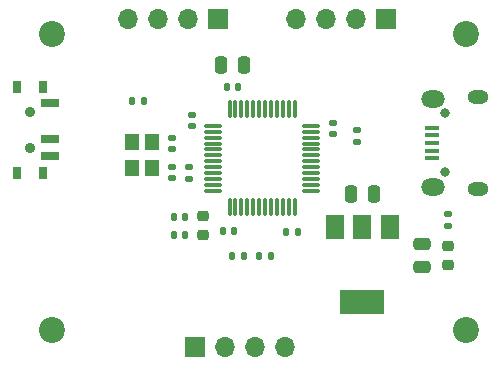
<source format=gbr>
%TF.GenerationSoftware,KiCad,Pcbnew,(6.0.9-0)*%
%TF.CreationDate,2022-12-10T19:00:01+01:00*%
%TF.ProjectId,KiCAD v6 Tutorial STM32,4b694341-4420-4763-9620-5475746f7269,rev?*%
%TF.SameCoordinates,Original*%
%TF.FileFunction,Soldermask,Top*%
%TF.FilePolarity,Negative*%
%FSLAX46Y46*%
G04 Gerber Fmt 4.6, Leading zero omitted, Abs format (unit mm)*
G04 Created by KiCad (PCBNEW (6.0.9-0)) date 2022-12-10 19:00:01*
%MOMM*%
%LPD*%
G01*
G04 APERTURE LIST*
G04 Aperture macros list*
%AMRoundRect*
0 Rectangle with rounded corners*
0 $1 Rounding radius*
0 $2 $3 $4 $5 $6 $7 $8 $9 X,Y pos of 4 corners*
0 Add a 4 corners polygon primitive as box body*
4,1,4,$2,$3,$4,$5,$6,$7,$8,$9,$2,$3,0*
0 Add four circle primitives for the rounded corners*
1,1,$1+$1,$2,$3*
1,1,$1+$1,$4,$5*
1,1,$1+$1,$6,$7*
1,1,$1+$1,$8,$9*
0 Add four rect primitives between the rounded corners*
20,1,$1+$1,$2,$3,$4,$5,0*
20,1,$1+$1,$4,$5,$6,$7,0*
20,1,$1+$1,$6,$7,$8,$9,0*
20,1,$1+$1,$8,$9,$2,$3,0*%
G04 Aperture macros list end*
%ADD10RoundRect,0.135000X-0.135000X-0.185000X0.135000X-0.185000X0.135000X0.185000X-0.135000X0.185000X0*%
%ADD11C,2.200000*%
%ADD12RoundRect,0.140000X-0.140000X-0.170000X0.140000X-0.170000X0.140000X0.170000X-0.140000X0.170000X0*%
%ADD13RoundRect,0.140000X0.140000X0.170000X-0.140000X0.170000X-0.140000X-0.170000X0.140000X-0.170000X0*%
%ADD14R,1.500000X2.000000*%
%ADD15R,3.800000X2.000000*%
%ADD16RoundRect,0.140000X0.170000X-0.140000X0.170000X0.140000X-0.170000X0.140000X-0.170000X-0.140000X0*%
%ADD17RoundRect,0.135000X0.185000X-0.135000X0.185000X0.135000X-0.185000X0.135000X-0.185000X-0.135000X0*%
%ADD18RoundRect,0.218750X-0.256250X0.218750X-0.256250X-0.218750X0.256250X-0.218750X0.256250X0.218750X0*%
%ADD19RoundRect,0.250000X0.475000X-0.250000X0.475000X0.250000X-0.475000X0.250000X-0.475000X-0.250000X0*%
%ADD20O,0.800000X0.800000*%
%ADD21R,1.300000X0.450000*%
%ADD22O,2.000000X1.450000*%
%ADD23O,1.800000X1.150000*%
%ADD24R,1.700000X1.700000*%
%ADD25O,1.700000X1.700000*%
%ADD26RoundRect,0.140000X-0.170000X0.140000X-0.170000X-0.140000X0.170000X-0.140000X0.170000X0.140000X0*%
%ADD27R,1.200000X1.400000*%
%ADD28RoundRect,0.250000X-0.250000X-0.475000X0.250000X-0.475000X0.250000X0.475000X-0.250000X0.475000X0*%
%ADD29RoundRect,0.135000X0.135000X0.185000X-0.135000X0.185000X-0.135000X-0.185000X0.135000X-0.185000X0*%
%ADD30C,0.900000*%
%ADD31R,0.800000X1.000000*%
%ADD32R,1.500000X0.700000*%
%ADD33RoundRect,0.075000X-0.662500X-0.075000X0.662500X-0.075000X0.662500X0.075000X-0.662500X0.075000X0*%
%ADD34RoundRect,0.075000X-0.075000X-0.662500X0.075000X-0.662500X0.075000X0.662500X-0.075000X0.662500X0*%
%ADD35RoundRect,0.135000X-0.185000X0.135000X-0.185000X-0.135000X0.185000X-0.135000X0.185000X0.135000X0*%
G04 APERTURE END LIST*
D10*
%TO.C,R1*%
X134215000Y-66150000D03*
X135235000Y-66150000D03*
%TD*%
D11*
%TO.C,H3*%
X127500000Y-60500000D03*
%TD*%
D12*
%TO.C,C9*%
X141920000Y-77150000D03*
X142880000Y-77150000D03*
%TD*%
D11*
%TO.C,H1*%
X162500000Y-60500000D03*
%TD*%
%TO.C,H4*%
X127500000Y-85500000D03*
%TD*%
D13*
%TO.C,C8*%
X138730000Y-77500000D03*
X137770000Y-77500000D03*
%TD*%
D14*
%TO.C,U1*%
X156050000Y-76850000D03*
D15*
X153750000Y-83150000D03*
D14*
X153750000Y-76850000D03*
X151450000Y-76850000D03*
%TD*%
D16*
%TO.C,C12*%
X137600000Y-70220000D03*
X137600000Y-69260000D03*
%TD*%
D13*
%TO.C,C5*%
X148250000Y-77250000D03*
X147290000Y-77250000D03*
%TD*%
D17*
%TO.C,R2*%
X161000000Y-76760000D03*
X161000000Y-75740000D03*
%TD*%
D18*
%TO.C,FB1*%
X140250000Y-75925000D03*
X140250000Y-77500000D03*
%TD*%
D19*
%TO.C,C11*%
X158750000Y-80200000D03*
X158750000Y-78300000D03*
%TD*%
D10*
%TO.C,R5*%
X144990000Y-79250000D03*
X146010000Y-79250000D03*
%TD*%
D20*
%TO.C,J1*%
X160745000Y-72200000D03*
X160745000Y-67200000D03*
D21*
X159645000Y-71000000D03*
X159645000Y-70350000D03*
X159645000Y-69700000D03*
X159645000Y-69050000D03*
X159645000Y-68400000D03*
D22*
X159695000Y-73425000D03*
D23*
X163495000Y-65825000D03*
X163495000Y-73575000D03*
D22*
X159695000Y-65975000D03*
%TD*%
D24*
%TO.C,J2*%
X141500000Y-59200000D03*
D25*
X138960000Y-59200000D03*
X136420000Y-59200000D03*
X133880000Y-59200000D03*
%TD*%
D26*
%TO.C,C3*%
X151250000Y-68000000D03*
X151250000Y-68960000D03*
%TD*%
D18*
%TO.C,D1*%
X161000000Y-78462500D03*
X161000000Y-80037500D03*
%TD*%
D27*
%TO.C,Y1*%
X134250000Y-69640000D03*
X134250000Y-71840000D03*
X135950000Y-71840000D03*
X135950000Y-69640000D03*
%TD*%
D16*
%TO.C,C6*%
X139100000Y-72720000D03*
X139100000Y-71760000D03*
%TD*%
D28*
%TO.C,C10*%
X152800000Y-74000000D03*
X154700000Y-74000000D03*
%TD*%
D16*
%TO.C,C2*%
X139300000Y-68280000D03*
X139300000Y-67320000D03*
%TD*%
D29*
%TO.C,R4*%
X143760000Y-79250000D03*
X142740000Y-79250000D03*
%TD*%
D24*
%TO.C,J4*%
X139600000Y-87000000D03*
D25*
X142140000Y-87000000D03*
X144680000Y-87000000D03*
X147220000Y-87000000D03*
%TD*%
D26*
%TO.C,C13*%
X137600000Y-71720000D03*
X137600000Y-72680000D03*
%TD*%
D12*
%TO.C,C4*%
X142270000Y-65000000D03*
X143230000Y-65000000D03*
%TD*%
D28*
%TO.C,C1*%
X141800000Y-63100000D03*
X143700000Y-63100000D03*
%TD*%
D24*
%TO.C,J3*%
X155750000Y-59200000D03*
D25*
X153210000Y-59200000D03*
X150670000Y-59200000D03*
X148130000Y-59200000D03*
%TD*%
D30*
%TO.C,SW1*%
X125570000Y-70100000D03*
D31*
X124470000Y-72250000D03*
X124470000Y-64950000D03*
X126680000Y-72250000D03*
D30*
X125570000Y-67100000D03*
D31*
X126680000Y-64950000D03*
D32*
X127330000Y-66350000D03*
X127330000Y-69350000D03*
X127330000Y-70850000D03*
%TD*%
D13*
%TO.C,C7*%
X138730000Y-76000000D03*
X137770000Y-76000000D03*
%TD*%
D33*
%TO.C,U2*%
X141087500Y-68250000D03*
X141087500Y-68750000D03*
X141087500Y-69250000D03*
X141087500Y-69750000D03*
X141087500Y-70250000D03*
X141087500Y-70750000D03*
X141087500Y-71250000D03*
X141087500Y-71750000D03*
X141087500Y-72250000D03*
X141087500Y-72750000D03*
X141087500Y-73250000D03*
X141087500Y-73750000D03*
D34*
X142500000Y-75162500D03*
X143000000Y-75162500D03*
X143500000Y-75162500D03*
X144000000Y-75162500D03*
X144500000Y-75162500D03*
X145000000Y-75162500D03*
X145500000Y-75162500D03*
X146000000Y-75162500D03*
X146500000Y-75162500D03*
X147000000Y-75162500D03*
X147500000Y-75162500D03*
X148000000Y-75162500D03*
D33*
X149412500Y-73750000D03*
X149412500Y-73250000D03*
X149412500Y-72750000D03*
X149412500Y-72250000D03*
X149412500Y-71750000D03*
X149412500Y-71250000D03*
X149412500Y-70750000D03*
X149412500Y-70250000D03*
X149412500Y-69750000D03*
X149412500Y-69250000D03*
X149412500Y-68750000D03*
X149412500Y-68250000D03*
D34*
X148000000Y-66837500D03*
X147500000Y-66837500D03*
X147000000Y-66837500D03*
X146500000Y-66837500D03*
X146000000Y-66837500D03*
X145500000Y-66837500D03*
X145000000Y-66837500D03*
X144500000Y-66837500D03*
X144000000Y-66837500D03*
X143500000Y-66837500D03*
X143000000Y-66837500D03*
X142500000Y-66837500D03*
%TD*%
D35*
%TO.C,R3*%
X153300000Y-68640000D03*
X153300000Y-69660000D03*
%TD*%
D11*
%TO.C,H2*%
X162500000Y-85500000D03*
%TD*%
M02*

</source>
